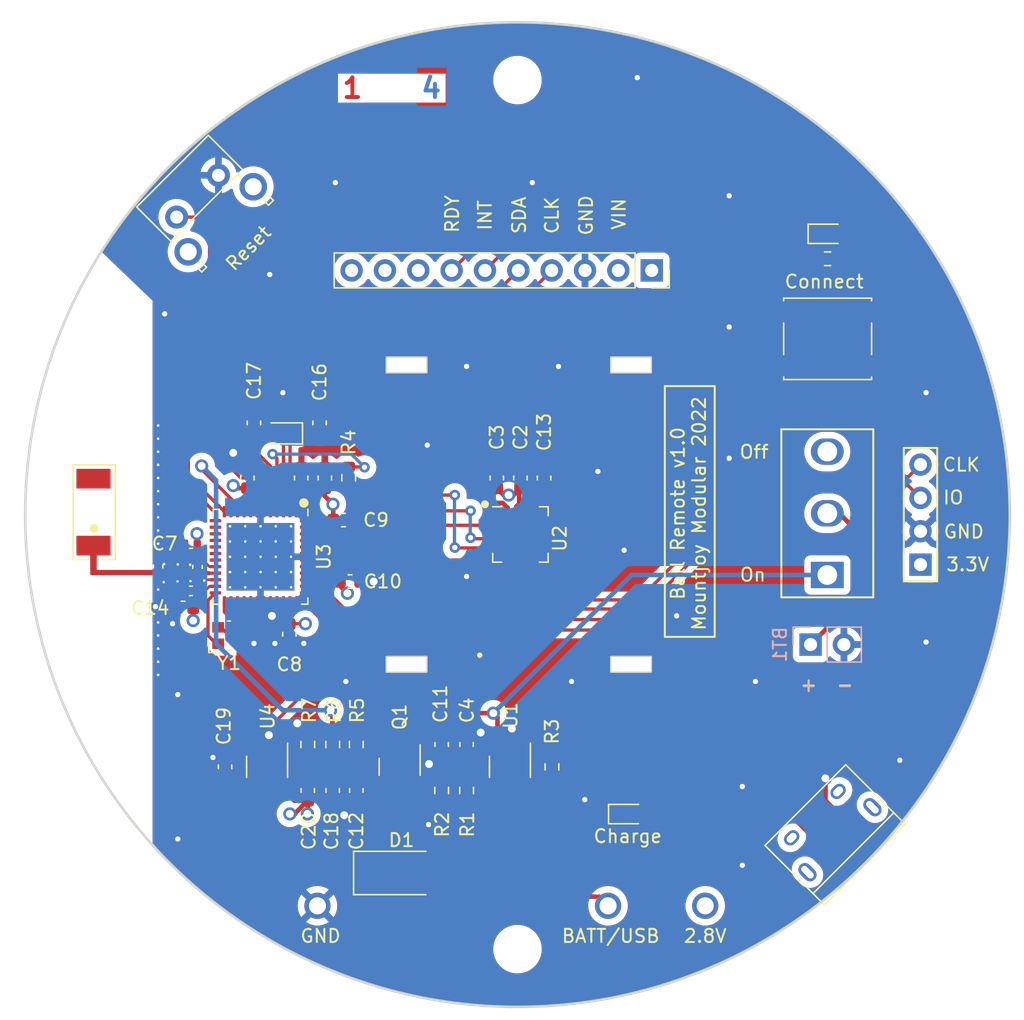
<source format=kicad_pcb>
(kicad_pcb (version 20221018) (generator pcbnew)
  (layers (0 "F.Cu" signal) (1 "In1.Cu" signal) (2 "In2.Cu" signal) (31 "B.Cu" signal) (34 "B.Paste" user) (35 "F.Paste" user) (36 "B.SilkS" user "B.Silkscreen") (37 "F.SilkS" user "F.Silkscreen") (38 "B.Mask" user) (39 "F.Mask" user) (44 "Edge.Cuts" user))
  (net 0 "")
  (net 1 "GND")
  (net 2 "+2V8")
  (net 3 "Net-(AE1-A)")
  (net 4 "/USB_VIN")
  (net 6 "Net-(U2-RES(CAP))")
  (net 7 "Net-(U3-PC14_OSC32_IN)")
  (net 8 "Net-(U3-PC15_OSC32_OUT)")
  (net 9 "Net-(U4-BYP)")
  (net 10 "Net-(D2-A)")
  (net 11 "/Battery_Level")
  (net 12 "/LDO_Inhibit")
  (net 13 "/I2C_CLK")
  (net 14 "/12C_SDA")
  (net 15 "/SWCLK")
  (net 16 "/SWIO")
  (net 17 "/SPI_CS")
  (net 18 "/SPI_CLK")
  (net 19 "/USB_DP")
  (net 20 "/USB_DM")
  (net 21 "/SPI_MISO")
  (net 22 "/SPI_MOSI")
  (net 23 "/G_RDY")
  (net 24 "/G_INT")
  (net 25 "Net-(D3-K)")
  (net 26 "/Led_Connect")
  (net 27 "/BOOT0")
  (net 29 "/RESET")
  (net 32 "/CHG_STAT")
  (net 36 "Net-(U1-PROG)")
  (net 38 "/RF_Output")
  (net 47 "Net-(U3-OSC_OUT)")
  (net 48 "VCC")
  (net 49 "Net-(U3-OSC_IN)")
  (net 51 "/CONNECT")
  (net 52 "/BATT_ON_OFF")
  (net 54 "/BATT+")
  (footprint "Resistor_SMD:R_0603_1608Metric" (layer "F.Cu") (at 131.8 122.8 -90)
    (fp_text reference "R6")
    (fp_text value "13k")
  )
  (footprint "Capacitor_SMD:C_0603_1608Metric" (layer "F.Cu") (at 120.4 112.4 180)
    (fp_text reference "C14")
    (fp_text value "100nF")
  )
  (footprint "LED_SMD:LED_0603_1608Metric" (layer "F.Cu") (at 169.5 83.9)
    (fp_text reference "D3" hide)
    (fp_text value "LED_CONNECT")
  )
  (footprint "Crystal:Crystal_SMD_Abracon_ABM10-4Pin_2.5x2.0mm" (layer "F.Cu") (at 123.9 114.5 90)
    (fp_text reference "Y1")
    (fp_text value "32MHz")
  )
  (footprint "Capacitor_SMD:C_0603_1608Metric" (layer "F.Cu") (at 129.4 102.5 90)
    (fp_text reference "C6" hide)
    (fp_text value "100nF")
  )
  (footprint "Capacitor_SMD:C_0603_1608Metric" (layer "F.Cu") (at 125.3 102.5 -90)
    (fp_text reference "C1" hide)
    (fp_text value "100nF")
  )
  (footprint "Capacitor_SMD:C_0603_1608Metric" (layer "F.Cu") (at 128.5 114.4 -90)
    (fp_text reference "C8")
    (fp_text value "100nF")
  )
  (footprint "Custom_Footprints:4_Layer_Markers" (layer "F.Cu") (at 136.3 72.8)
    (fp_text reference "FID1" hide)
    (fp_text value "4 Layer Marker")
  )
  (footprint "Resistor_SMD:R_0603_1608Metric" (layer "F.Cu") (at 140.1 126.3 90)
    (fp_text reference "R2")
    (fp_text value "100k")
  )
  (footprint "Package_TO_SOT_SMD:SOT-23-5" (layer "F.Cu") (at 145.3 124.5 -90)
    (fp_text reference "U1")
    (fp_text value "MCP73831-2-OT")
  )
  (footprint "MountingHole:MountingHole_3.2mm_M3" (layer "F.Cu") (at 145.875 72.1875)
    (fp_text reference "H1" hide)
    (fp_text value "MountingHole")
  )
  (footprint "Custom_Footprints:1.3mm_Test_Point" (layer "F.Cu") (at 160.175 135.0875)
    (fp_text reference "TP2" hide)
    (fp_text value "TestPoint")
  )
  (footprint "Custom_Footprints:SWD_header" (layer "F.Cu") (at 176.575 109.0975 90)
    (fp_text reference "J3" hide)
    (fp_text value "SWD_Header")
  )
  (footprint "Resistor_SMD:R_0603_1608Metric" (layer "F.Cu") (at 142 126.3 90)
    (fp_text reference "R1")
    (fp_text value "1k")
  )
  (footprint "Custom_Footprints:SPDT_Slide_Switch" (layer "F.Cu") (at 169.475 109.8875 90)
    (fp_text reference "SW1" hide)
    (fp_text value "SW_SPDT")
  )
  (footprint "Custom_Footprints:USB_Micro-B_Amphenol" (layer "F.Cu") (at 169.484566 129.097066 45)
    (fp_text reference "J2" hide)
    (fp_text value "USB_B_Micro")
  )
  (footprint "LED_SMD:LED_0603_1608Metric" (layer "F.Cu") (at 154.3 128.1)
    (fp_text reference "D2" hide)
    (fp_text value "LED_CHG")
  )
  (footprint "Capacitor_SMD:C_0603_1608Metric" (layer "F.Cu") (at 133.11875 110.38125)
    (fp_text reference "C10")
    (fp_text value "100nF")
  )
  (footprint "Capacitor_SMD:C_0603_1608Metric" (layer "F.Cu") (at 131.2 102.5 90)
    (fp_text reference "C5" hide)
    (fp_text value "4.7uF")
  )
  (footprint "Capacitor_SMD:C_0402_1005Metric" (layer "F.Cu") (at 121.5 109.27 90)
    (fp_text reference "C21" hide)
    (fp_text value "0.8pF")
  )
  (footprint "Custom_Footprints:1.3mm_Test_Point" (layer "F.Cu") (at 130.6375 135.0875)
    (fp_text reference "TP1" hide)
    (fp_text value "TestPoint")
  )
  (footprint "Capacitor_SMD:C_0603_1608Metric" (layer "F.Cu") (at 142 122.8 90)
    (fp_text reference "C4")
    (fp_text value "4.7uF")
  )
  (footprint "Resistor_SMD:R_0603_1608Metric" (layer "F.Cu") (at 133.6 122.8 90)
    (fp_text reference "R5")
    (fp_text value "27k")
  )
  (footprint "Capacitor_SMD:C_0603_1608Metric" (layer "F.Cu") (at 125.8 98.3 -90)
    (fp_text reference "C17")
    (fp_text value "20pF")
  )
  (footprint "Capacitor_SMD:C_0603_1608Metric" (layer "F.Cu") (at 132.61875 105.7)
    (fp_text reference "C9")
    (fp_text value "100nF")
  )
  (footprint "Resistor_SMD:R_0603_1608Metric" (layer "F.Cu") (at 148.5 124.5 -90)
    (fp_text reference "R3")
    (fp_text value "10k")
  )
  (footprint "Resistor_SMD:R_0603_1608Metric" (layer "F.Cu") (at 169.5 85.8 180)
    (fp_text reference "R8" hide)
    (fp_text value "1k")
  )
  (footprint "Capacitor_SMD:C_0603_1608Metric" (layer "F.Cu") (at 130.8 98.3 -90)
    (fp_text reference "C16")
    (fp_text value "20pF")
  )
  (footprint "Capacitor_SMD:C_0603_1608Metric" (layer "F.Cu") (at 146.1 102.5 90)
    (fp_text reference "C2")
    (fp_text value "100nF")
  )
  (footprint "Connector_PinSocket_2.54mm:PinSocket_1x10_P2.54mm_Vertical" (layer "F.Cu") (at 156.1 86.6875 -90)
    (fp_text reference "J1" hide)
    (fp_text value "I2C_Gyro_Module")
  )
  (footprint "Package_DFN_QFN:QFN-48-1EP_7x7mm_P0.5mm_EP5.15x5.15mm_ThermalVias" (layer "F.Cu") (at 126.3 108.5 -90)
    (fp_text reference "U3")
    (fp_text value "STM32WB35")
  )
  (footprint "Button_Switch_SMD:SW_SPST_EVQQ2" (layer "F.Cu") (at 169.5 91.9)
    (fp_text reference "CONNECT1" hide)
    (fp_text value "SW_Push")
  )
  (footprint "Capacitor_SMD:C_0603_1608Metric" (layer "F.Cu") (at 133.6 126.3 -90)
    (fp_text reference "C12")
    (fp_text value "1uF")
  )
  (footprint "Capacitor_SMD:C_0603_1608Metric" (layer "F.Cu") (at 131.8 126.3 -90)
    (fp_text reference "C18")
    (fp_text value "1uF")
  )
  (footprint "Diode_SMD:D_SMA" (layer "F.Cu") (at 136.9 132.5875)
    (fp_text reference "D1")
    (fp_text value "PMEG3010ER")
  )
  (footprint "MountingHole:MountingHole_3.2mm_M3" (layer "F.Cu") (at 145.875 138.3875)
    (fp_text reference "H2" hide)
    (fp_text value "MountingHole")
  )
  (footprint "Resistor_SMD:R_0603_1608Metric" (layer "F.Cu") (at 129.9 122.8 90)
    (fp_text reference "R7")
    (fp_text value "24k")
  )
  (footprint "Resistor_SMD:R_0603_1608Metric" (layer "F.Cu") (at 133.01875 102.48125 90)
    (fp_text reference "R4")
    (fp_text value "100k")
  )
  (footprint "Capacitor_SMD:C_0603_1608Metric" (layer "F.Cu") (at 129.9 126.3 90)
    (fp_text reference "C20")
    (fp_text value "1uF")
  )
  (footprint "Package_TO_SOT_SMD:SOT-23-5" (layer "F.Cu") (at 126.8 124.5 -90)
    (fp_text reference "U4")
    (fp_text value "LD3985M28R_SOT23")
  )
  (footprint "Package_TO_SOT_SMD:SOT-23" (layer "F.Cu") (at 136.9 124.5 -90)
    (fp_text reference "Q1")
    (fp_text value "SI2333DS")
  )
  (footprint "Capacitor_SMD:C_0603_1608Metric" (layer "F.Cu") (at 140.1 122.8 -90)
    (fp_text reference "C11")
    (fp_text value "4.7uF")
  )
  (footprint "Inductor_SMD:L_0402_1005Metric" (layer "F.Cu") (at 120 109.75 180)
    (fp_text reference "L1" hide)
    (fp_text value "2.7nH")
  )
  (footprint "Capacitor_SMD:C_0402_1005Metric" (layer "F.Cu") (at 121 111.1 180)
    (fp_text reference "C15" hide)
    (fp_text value "100pF")
  )
  (footprint "Capacitor_SMD:C_0603_1608Metric" (layer "F.Cu") (at 144.3 102.5 90)
    (fp_text reference "C3")
    (fp_text value "10uF")
  )
  (footprint "Button_Switch_THT:SW_Tactile_SPST_Angled_PTS645Vx58-2LFS" (layer "F.Cu") (at 119.913147 82.625305 45)
    (fp_text reference "RESET1" hide)
    (fp_text value "SW_Push")
  )
  (footprint "Capacitor_SMD:C_0603_1608Metric" (layer "F.Cu") (at 123.6 124.5 90)
    (fp_text reference "C19")
    (fp_text value "10nF")
  )
  (footprint "Package_LGA:LGA-16_4x4mm_P0.65mm_LayoutBorder4x4y" (layer "F.Cu") (at 146.1 106.8)
    (fp_text reference "U2")
    (fp_text value "L3GD20")
  )
  (footprint "Capacitor_SMD:C_0402_1005Metric" (layer "F.Cu") (at 121 107.5 180)
    (fp_text reference "C7")
    (fp_text value "100nF")
  )
  (footprint "Capacitor_SMD:C_0402_1005Metric" (layer "F.Cu") (at 118.5 109.24 90)
    (fp_text reference "C22" hide)
    (fp_text value "0.3pF")
  )
  (footprint "Custom_Footprints:1.3mm_Test_Point" (layer "F.Cu") (at 152.775 135.0875 -90)
    (fp_text reference "TP3" hide)
    (fp_text value "TestPoint")
  )
  (footprint "Capacitor_SMD:C_0603_1608Metric" (layer "F.Cu") (at 147.9 102.5 90)
    (fp_text reference "C13")
    (fp_text value "10nF")
  )
  (footprint "Custom_Footprints:NN01_102" (layer "F.Cu") (at 118.125 109.7 90)
    (fp_text reference "AE1" hide)
    (fp_text value "Antenna_Shield")
  )
  (footprint "Crystal:Crystal_SMD_2012-2Pin_2.0x1.2mm" (layer "F.Cu") (at 128.3 99.1 180)
    (fp_text reference "Y2" hide)
    (fp_text value "32.768MHz")
  )
  (footprint "Connector_PinHeader_2.54mm:PinHeader_1x02_P2.54mm_Vertical" (layer "B.Cu") (at 168.2 115.1875 -90)
    (fp_text reference "BT1")
    (fp_text value "LIPO_Battery")
  )
  (gr_circle (center 143.4 104.5) (end 143.623607 104.5) (stroke (width 0.15)) (fill solid) (layer "F.SilkS"))
  (gr_circle (center 129.6 104.4) (end 129.882843 104.4) (stroke (width 0.15)) (fill solid) (layer "F.SilkS"))
  (gr_rect (start 157.1 95.5) (end 160.9 114.6) (stroke (width 0.15)) (fill none) (layer "F.SilkS"))
  (gr_rect (start 152.975 116.0875) (end 156.075 117.2875) (stroke (width 0.1)) (fill none) (layer "Edge.Cuts"))
  (gr_rect (start 152.975 93.2875) (end 156.075 94.4875) (stroke (width 0.1)) (fill none) (layer "Edge.Cuts"))
  (gr_rect (start 135.875 116.0875) (end 138.975 117.2875) (stroke (width 0.1)) (fill none) (layer "Edge.Cuts"))
  (gr_circle (center 145.875 105.2875) (end 183.375 105.2875) (stroke (width 0.2)) (fill none) (layer "Edge.Cuts"))
  (gr_rect (start 135.875 93.2875) (end 138.975 94.4875) (stroke (width 0.1)) (fill none) (layer "Edge.Cuts"))
  (gr_text "+  -" (at 169.4375 118.4375 180) (layer "B.SilkS") (effects (font (size 1 1)) (justify mirror)))
  (gr_text "Ball Remote v1.0\nMountjoy Modular 2022" (at 158.9 105.2 90) (layer "F.SilkS") (effects (font (size 1 1))))
  (gr_text "Off" (at 163.9 100.51) (layer "F.SilkS") (effects (font (size 1 1))))
  (gr_text "2.8V" (at 160.175 137.3875) (layer "F.SilkS") (effects (font (size 1 1))))
  (gr_text "VIN" (at 153.6 82.3875 90) (layer "F.SilkS") (effects (font (size 1 1))))
  (gr_text "GND" (at 130.875 137.3875) (layer "F.SilkS") (effects (font (size 1 1))))
  (gr_text "Reset" (at 125.375 84.9875 45) (layer "F.SilkS") (effects (font (size 1 1))))
  (gr_text "+  -" (at 169.4375 118.2375) (layer "F.SilkS") (effects (font (size 1 1))))
  (gr_text "Charge" (at 154.275 129.7875) (layer "F.SilkS") (effects (font (size 1 1))))
  (gr_text "BATT/USB" (at 152.975 137.3875) (layer "F.SilkS") (effects (font (size 1 1))))
  (gr_text "CLK" (at 148.5 82.4875 90) (layer "F.SilkS") (effects (font (size 1 1))))
  (gr_text "RDY" (at 140.9 82.3875 90) (layer "F.SilkS") (effects (font (size 1 1))))
  (gr_text "GND" (at 151.1 82.4875 90) (layer "F.SilkS") (effects (font (size 1 1))))
  (gr_text "INT" (at 143.4 82.4875 90) (layer "F.SilkS") (effects (font (size 1 1))))
  (gr_text "Connect" (at 169.2375 87.5375) (layer "F.SilkS") (effects (font (size 1 1))))
  (gr_text "On" (at 163.8 109.87) (layer "F.SilkS") (effects (font (size 1 1))))
  (gr_text "SDA" (at 146 82.4875 90) (layer "F.SilkS") (effects (font (size 1 1))))
  (segment (start 129.9 125.525) (end 130.25 125.525) (width 0.35) (layer "F.Cu") (net 1))
  (segment (start 123.29375 113.875) (end 124.54375 115.125) (width 0.25) (layer "F.Cu") (net 1))
  (segment (start 131.8 127.075) (end 132.675 127.95) (width 0.35) (layer "F.Cu") (net 1))
  (segment (start 169.342154 127.116176) (end 169.342154 125.388634) (width 0.35) (layer "F.Cu") (net 1))
  (segment (start 142.9375 122.025) (end 143.075 121.8875) (width 0.35) (layer "F.Cu") (net 1))
  (segment (start 125.3 101.725) (end 125.3 101.6625) (width 0.35) (layer "F.Cu") (net 1))
  (segment (start 122.079674 110.25) (end 122.019174 110.3105) (width 0.2) (layer "F.Cu") (net 1))
  (segment (start 124.54375 115.125) (end 124.725 115.125) (width 0.35) (layer "F.Cu") (net 1))
  (segment (start 127.05 112.884924) (end 127.170517 113.005441) (width 0.35) (layer "F.Cu") (net 1))
  (segment (start 169.429483 127.203505) (end 169.342154 127.116176) (width 0.35) (layer "F.Cu") (net 1))
  (segment (start 133.89375 110.38125) (end 134.91875 110.38125) (width 0.35) (layer "F.Cu") (net 1))
  (segment (start 130.25 125.525) (end 131.8 127.075) (width 0.35) (layer "F.Cu") (net 1))
  (segment (start 145.275 123.1) (end 145.275 121.7625) (width 0.35) (layer "F.Cu") (net 1))
  (segment (start 145.275 121.7625) (end 145.45 121.5875) (width 0.35) (layer "F.Cu") (net 1))
  (segment (start 125.3 101.6625) (end 124.21875 100.58125) (width 0.35) (layer "F.Cu") (net 1))
  (segment (start 129.9 121.975) (end 129.8625 121.975) (width 0.35) (layer "F.Cu") (net 1))
  (segment (start 123.075 113.875) (end 123.29375 113.875) (width 0.35) (layer "F.Cu") (net 1))
  (segment (start 166.0375 93.8375) (end 172.8375 93.8375) (width 0.25) (layer "F.Cu") (net 1))
  (segment (start 142.025 122.025) (end 142.9375 122.025) (width 0.35) (layer "F.Cu") (net 1))
  (segment (start 132.675 128) (end 133.6 127.075) (width 0.35) (layer "F.Cu") (net 1))
  (segment (start 129.8625 121.975) (end 129.075 121.1875) (width 0.35) (layer "F.Cu") (net 1))
  (segment (start 127.05 111.9375) (end 127.05 112.884924) (width 0.25) (layer "F.Cu") (net 1))
  (segment (start 126.8125 123.35) (end 126.8125 122.2125) (width 0.35) (layer "F.Cu") (net 1))
  (segment (start 169.342154 125.388634) (end 169.328544 125.375024) (width 0.35) (layer "F.Cu") (net 1))
  (segment (start 126.8125 122.2125) (end 126.9375 122.0875) (width 0.35) (layer "F.Cu") (net 1))
  (segment (start 132.675 127.95) (end 132.675 128.1875) (width 0.35) (layer "F.Cu") (net 1))
  (segment (start 122.8625 110.25) (end 122.079674 110.25) (width 0.2) (layer "F.Cu") (net 1))
  (segment (start 140.0875 123.575) (end 139.375 124.2875) (width 0.35) (layer "F.Cu") (net 1))
  (via (at 134.91875 110.38125) (size 1) (drill 0.6) (layers "F.Cu" "B.Cu") (net 1))
  (via (at 118.5 98.5) (size 0.4) (drill 0.2) (layers "F.Cu" "B.Cu") (net 1))
  (via (at 158 113) (size 0.8) (drill 0.4) (layers "F.Cu" "B.Cu") (net 1))
  (via (at 147 80) (size 0.8) (drill 0.4) (layers "F.Cu" "B.Cu") (net 1))
  (via (at 150 118) (size 0.8) (drill 0.4) (layers "F.Cu" "B.Cu") (net 1))
  (via (at 122.019174 110.3105) (size 0.4) (drill 0.2) (layers "F.Cu" "B.Cu") (net 1))
  (via (at 120 119) (size 0.8) (drill 0.4) (layers "F.Cu" "B.Cu") (net 1))
  (via (at 129.6 115.1) (size 0.8) (drill 0.4) (layers "F.Cu" "B.Cu") (net 1))
  (via (at 162 101) (size 0.8) (drill 0.4) (layers "F.Cu" "B.Cu") (net 1))
  (via (at 162 91) (size 0.8) (drill 0.4) (layers "F.Cu" "B.Cu") (net 1))
  (via (at 118.5 107.5) (size 0.4) (drill 0.2) (layers "F.Cu" "B.Cu") (net 1))
  (via (at 142 110) (size 0.8) (drill 0.4) (layers "F.Cu" "B.Cu") (net 1))
  (via (at 139 100) (size 0.8) (drill 0.4) (layers "F.Cu" "B.Cu") (net 1))
  (via (at 152 102) (size 0.8) (drill 0.4) (layers "F.Cu" "B.Cu") (net 1))
  (via (at 177 115) (size 0.8) (drill 0.4) (layers "F.Cu" "B.Cu") (net 1))
  (via (at 118.5 103.5) (size 0.4) (drill 0.2) (layers "F.Cu" "B.Cu") (net 1))
  (via (at 118.5 101.5) (size 0.4) (drill 0.2) (layers "F.Cu" "B.Cu") (net 1))
  (via (at 143.075 121.8875) (size 1) (drill 0.6) (layers "F.Cu" "B.Cu") (net 1))
  (via (at 132.675 128.1875) (size 1) (drill 0.6) (layers "F.Cu" "B.Cu") (net 1))
  (via (at 125.8 115.1) (size 0.8) (drill 0.4) (layers "F.Cu" "B.Cu") (net 1))
  (via (at 120 109.08) (size 0.4) (drill 0.2) (layers "F.Cu" "B.Cu") (net 1))
  (via (at 162 81) (size 0.8) (drill 0.4) (layers "F.Cu" "B.Cu") (net 1))
  (via (at 118.5 105.5) (size 0.4) (drill 0.2) (layers "F.Cu" "B.Cu") (net 1))
  (via (at 132 80) (size 0.8) (drill 0.4) (layers "F.Cu" "B.Cu") (net 1))
  (via (at 142 94) (size 0.8) (drill 0.4) (layers "F.Cu" "B.Cu") (net 1))
  (via (at 119.98 110.38) (size 0.4) (drill 0.2) (layers "F.Cu" "B.Cu") (net 1))
  (via (at 129.1 121.1875) (size 1) (drill 0.6) (layers "F.Cu" "B.Cu") (net 1))
  (via (at 118.5 117.5) (size 0.4) (drill 0.2) (layers "F.Cu" "B.Cu") (net 1))
  (via (at 139.1375 124.2875) (size 1) (drill 0.6) (layers "F.Cu" "B.Cu") (net 1))
  (via (at 127 87) (size 0.8) (drill 0.4) (layers "F.Cu" "B.Cu") (net 1))
  (via (at 163 132) (size 0.8) (drill 0.4) (layers "F.Cu" "B.Cu") (net 1))
  (via (at 118.5 99.5) (size 0.4) (drill 0.2) (layers "F.Cu" "B.Cu") (net 1))
  (via (at 119 90) (size 0.8) (drill 0.4) (layers "F.Cu" "B.Cu") (net 1))
  (via (at 120.94 109.1) (size 0.4) (drill 0.2) (layers "F.Cu" "B.Cu") (net 1))
  (via (at 127.4 115.1) (size 0.8) (drill 0.4) (layers "F.Cu" "B.Cu") (net 1))
  (via (at 143 116) (size 0.8) (drill 0.4) (layers "F.Cu" "B.Cu") (net 1))
  (via (at 118.5 100.5) (size 0.4) (drill 0.2) (layers "F.Cu" "B.Cu") (net 1))
  (via (at 118.5 116.5) (size 0.4) (drill 0.2) (layers "F.Cu" "B.Cu") (net 1))
  (via (at 132.8 118) (size 0.8) (drill 0.4) (layers "F.Cu" "B.Cu") (net 1))
  (via (at 126.9375 122.0875) (size 1) (drill 0.6) (layers "F.Cu" "B.Cu") (net 1))
  (via (at 128 96) (size 0.8) (drill 0.4) (layers "F.Cu" "B.Cu") (net 1))
  (via (at 149 94) (size 0.8) (drill 0.4) (layers "F.Cu" "B.Cu") (net 1))
  (via (at 175 124) (size 0.8) (drill 0.4) (layers "F.Cu" "B.Cu") (net 1))
  (via (at 120.97 110.36) (size 0.4) (drill 0.2) (layers "F.Cu" "B.Cu") (net 1))
  (via (at 169.328544 125.375024) (size 1) (drill 0.6) (layers "F.Cu" "B.Cu") (net 1))
  (via (at 118.5 102.5) (size 0.4) (drill 0.2) (layers "F.Cu" "B.Cu") (net 1))
  (via (at 118.5 111) (size 0.4) (drill 0.2) (layers "F.Cu" "B.Cu") (net 1))
  (via (at 127.170517 113.005441) (size 1) (drill 0.6) (layers "F.Cu" "B.Cu") (net 1))
  (via (at 118.5 113.5) (size 0.4) (drill 0.2) (layers "F.Cu" "B.Cu") (net 1))
  (via (at 118.93 110.43) (size 0.4) (drill 0.2) (layers "F.Cu" "B.Cu") (net 1))
  (via (at 154 108) (size 0.8) (drill 0.4) (layers "F.Cu" "B.Cu") (net 1))
  (via (at 122.675 123.7875) (size 0.8) (drill 0.4) (layers "F.Cu" "B.Cu") (net 1))
  (via (at 118.5 114.5) (size 0.4) (drill 0.2) (layers "F.Cu" "B.Cu") (net 1))
  (via (at 177 96) (size 0.8) (drill 0.4) (layers "F.Cu" "B.Cu") (net 1))
  (via (at 124.21875 100.58125) (size 1) (drill 0.6) (layers "F.Cu" "B.Cu") (net 1))
  (via (at 151 127) (size 0.8) (drill 0.4) (layers "F.Cu" "B.Cu") (net 1))
  (via (at 163 126) (size 0.8) (drill 0.4) (layers "F.Cu" "B.Cu") (net 1))
  (via (at 119.6 113.6) (size 0.8) (drill 0.4) (layers "F.Cu" "B.Cu") (net 1))
  (via (at 120 130) (size 0.8) (drill 0.4) (layers "F.Cu" "B.Cu") (net 1))
  (via (at 145.45 121.5875) (size 1) (drill 0.6) (layers "F.Cu" "B.Cu") (net 1))
  (via (at 164 118) (size 0.8) (drill 0.4) (layers "F.Cu" "B.Cu") (net 1))
  (via (at 118.95 109.06) (size 0.4) (drill 0.2) (layers "F.Cu" "B.Cu") (net 1))
  (via (at 155 72) (size 0.8) (drill 0.4) (layers "F.Cu" "B.Cu") (net 1))
  (via (at 118.5 115.5) (size 0.4) (drill 0.2) (layers "F.Cu" "B.Cu") (net 1))
  (via (at 139.1 128.9) (size 0.8) (drill 0.4) (layers "F.Cu" "B.Cu") (net 1))
  (via (at 118.5 104.5) (size 0.4) (drill 0.2) (layers "F.Cu" "B.Cu") (net 1))
  (via (at 118.3 112.3) (size 0.8) (drill 0.4) (layers "F.Cu" "B.Cu") (net 1))
  (via (at 118.5 106.5) (size 0.4) (drill 0.2) (layers "F.Cu" "B.Cu") (net 1))
  (segment (start 129.71875 113.6) (end 128.525 113.6) (width 0.25) (layer "F.Cu") (net 2))
  (segment (start 122.8625 110.75) (end 122.413027 110.75) (width 0.2) (layer "F.Cu") (net 2))
  (segment (start 122.413027 110.75) (end 122.063027 111.1) (width 0.2) (layer "F.Cu") (net 2))
  (segment (start 127.75 125.95) (end 127.75 125.6375) (width 0.35) (layer "F.Cu") (net 2))
  (segment (start 126.346016 113.346962) (end 126.891428 113.892374) (width 0.25) (layer "F.Cu") (net 2))
  (segment (start 128.55 111.9375) (end 128.55 113.575) (width 0.25) (layer "F.Cu") (net 2))
  (segment (start 145.775 104.693573) (end 146 104.468573) (width 0.35) (layer "F.Cu") (net 2))
  (segment (start 121.175 111.405) (end 121.48 111.1) (width 0.35) (layer "F.Cu") (net 2))
  (segment (start 122.12548 108.962453) (end 122.12548 108.24548) (width 0.2) (layer "F.Cu") (net 2))
  (segment (start 126.891428 113.892374) (end 128.232626 113.892374) (width 0.25) (layer "F.Cu") (net 2))
  (segment (start 144.4 105.825) (end 144.05 105.475) (width 0.35) (layer "F.Cu") (net 2))
  (segment (start 122.12548 108.24548) (end 121.58 107.7) (width 0.2) (layer "F.Cu") (net 2))
  (segment (start 144.05 105.475) (end 144.05 103.725) (width 0.35) (layer "F.Cu") (net 2))
  (segment (start 128.5375 128.0875) (end 128.95 128.0875) (width 0.35) (layer "F.Cu") (net 2))
  (segment (start 129.7375 105.75) (end 131.79375 105.75) (width 0.25) (layer "F.Cu") (net 2))
  (segment (start 125.55 105.0625) (end 125.55 104.577672) (width 0.25) (layer "F.Cu") (net 2))
  (segment (start 126.55 111.9375) (end 126.55 112.459936) (width 0.25) (layer "F.Cu") (net 2))
  (segment (start 129.05 103.625) (end 129.4 103.275) (width 0.25) (layer "F.Cu") (net 2))
  (segment (start 129.05 105.0625) (end 129.05 103.625) (width 0.25) (layer "F.Cu") (net 2))
  (segment (start 128.232626 113.892374) (end 128.5 113.625) (width 0.25) (layer "F.Cu") (net 2))
  (segment (start 127.55 111.9375) (end 128.55 111.9375) (width 0.25) (layer "F.Cu") (net 2))
  (segment (start 121.48 106.76) (end 121.46 106.74) (width 0.35) (layer "F.Cu") (net 2))
  (segment (start 132.34375 110.70625) (end 132.91875 111.28125) (width 0.35) (layer "F.Cu") (net 2))
  (segment (start 126.55 112.459936) (end 126.346016 112.66392) (width 0.25) (layer "F.Cu") (net 2))
  (segment (start 131.31875 110.38125) (end 132.34375 110.38125) (width 0.25) (layer "F.Cu") (net 2))
  (segment (start 121.175 112.4) (end 121.175 113.355) (width 0.35) (layer "F.Cu") (net 2))
  (segment (start 129.4 103.275) (end 131.2 103.275) (width 0.25) (layer "F.Cu") (net 2))
  (segment (start 144.825 103.8) (end 145.2 103.8) (width 0.35) (layer "F.Cu") (net 2))
  (segment (start 144.75 104.4) (end 144.05 104.4) (width 0.35) (layer "F.Cu") (net 2))
  (segment (start 129.7375 109.75) (end 130.6875 109.75) (width 0.25) (layer "F.Cu") (net 2))
  (segment (start 125.3 103.275) (end 124.413348 103.275) (width 0.35) (layer "F.Cu") (net 2))
  (segment (start 129.9 127.075) (end 129.9 128.0625) (width 0.35) (layer "F.Cu") (net 2))
  (segment (start 146 104.468573) (end 146 103.375) (width 0.35) (layer "F.Cu") (net 2))
  (segment (start 145.125 104.775) (end 144.75 104.4) (width 0.35) (layer "F.Cu") (net 2))
  (segment (start 144.3 103.275) (end 144.825 103.8) (width 0.35) (layer "F.Cu") (net 2))
  (segment (start 129.9 127.075) (end 128.875 127.075) (width 0.35) (layer "F.Cu") (net 2))
  (segment (start 122.8625 109.25) (end 122.413027 109.25) (width 0.2) (layer "F.Cu") (net 2))
  (segment (start 129.9 128.0625) (end 129.875 128.0875) (width 0.35) (layer "F.Cu") (net 2))
  (segment (start 131.79375 105.75) (end 131.84375 105.7) (width 0.25) (layer "F.Cu") (net 2))
  (segment (start 131.84375 104.525) (end 131.81875 104.5) (width 0.35) (layer "F.Cu") (net 2))
  (segment (start 145.125 105.1) (end 145.125 104.775) (width 0.35) (layer "F.Cu") (net 2))
  (segment (start 145.775 105.1) (end 145.775 104.693573) (width 0.35) (layer "F.Cu") (net 2))
  (segment (start 145.575 103.8) (end 145.2 103.8) (width 0.35) (layer "F.Cu") (net 2))
  (segment (start 128.5 113.625) (end 128.55 113.575) (width 0.25) (layer "F.Cu") (net 2))
  (segment (start 124.413348 103.275) (end 124.219174 103.080826) (width 0.35) (layer "F.Cu") (net 2))
  (segment (start 144.05 103.725) (end 144.4 103.375) (width 0.35) (layer "F.Cu") (net 2))
  (segment (start 121.175 112.4) (end 121.175 111.405) (width 0.35) (layer "F.Cu") (net 2))
  (segment (start 128.875 127.075) (end 127.75 125.95) (width 0.35) (layer "F.Cu") (net 2))
  (segment (start 130.6875 109.75) (end 131.31875 110.38125) (width 0.25) (layer "F.Cu") (net 2))
  (segment (start 131.84375 105.7) (end 131.84375 104.525) (width 0.35) (layer "F.Cu") (net 2))
  (segment (start 145.575 103.8) (end 146.1 103.275) (width 0.35) (layer "F.Cu") (net 2))
  (segment (start 121.175 113.355) (end 121.17 113.36) (width 0.35) (layer "F.Cu") (net 2))
  (segment (start 131.2 103.275) (end 131.2 103.88125) (width 0.35) (layer "F.Cu") (net 2))
  (segment (start 122.413027 109.25) (end 122.12548 108.962453) (width 0.2) (layer "F.Cu") (net 2))
  (segment (start 131.2 103.88125) (end 131.81875 104.5) (width 0.35) (layer "F.Cu") (net 2))
  (segment (start 121.48 107.5) (end 121.48 106.76) (width 0.35) (layer "F.Cu") (net 2))
  (segment (start 132.34375 110.38125) (end 132.34375 110.70625) (width 0.35) (layer "F.Cu") (net 2))
  (segment (start 125.3 104.327672) (end 125.3 103.275) (width 0.25) (layer "F.Cu") (net 2))
  (segment (start 125.55 104.577672) (end 125.3 104.327672) (width 0.25) (layer "F.Cu") (net 2))
  (segment (start 122.063027 111.1) (end 121.48 111.1) (width 0.2) (layer "F.Cu") (net 2))
  (segment (start 126.346016 112.66392) (end 126.346016 113.346962) (width 0.25) (layer "F.Cu") (net 2))
  (segment (start 128.8875 128.0875) (end 129.9 127.075) (width 0.35) (layer "F.Cu") (net 2))
  (via (at 124.219174 103.080826) (size 1) (drill 0.6) (layers "F.Cu" "B.Cu") (net 2))
  (via (at 129.71875 113.6) (size 1) (drill 0.6) (layers "F.Cu" "B.Cu") (net 2))
  (via (at 131.81875 104.5) (size 1) (drill 0.6) (layers "F.Cu" "B.Cu") (net 2))
  (via (at 132.91875 111.28125) (size 1) (drill 0.6) (layers "F.Cu" "B.Cu") (net 2))
  (via (at 145.2 103.8) (size 1) (drill 0.6) (layers "F.Cu" "B.Cu") (net 2))
  (via (at 121.46 106.74) (size 1) (drill 0.6) (layers "F.Cu" "B.Cu") (net 2))
  (via (at 129.875 128.0875) (size 1) (drill 0.6) (layers "F.Cu" "B.Cu") (net 2))
  (via (at 121.17 113.36) (size 1) (drill 0.6) (layers "F.Cu" "B.Cu") (net 2))
  (via (at 128.5375 128.0875) (size 1) (drill 0.6) (layers "F.Cu" "B.Cu") (net 2))
  (segment (start 119.515 109.7) (end 118.53552 109.7) (width 0.322) (layer "F.Cu") (net 3))
  (segment (start 138.9 132.5875) (end 138.9 132) (width 0.35) (layer "F.Cu") (net 4))
  (segment (start 167.610733 129.061711) (end 167.036522 128.4875) (width 0.35) (layer "F.Cu") (net 4))
  (segment (start 142.075 123.575) (end 142 123.575) (width 0.35) (layer "F.Cu") (net 4))
  (segment (start 158.675 132.4875) (end 138.975 132.4875) (width 0.35) (layer "F.Cu") (net 4))
  (segment (start 137.85 130.95) (end 137.85 123.5625) (width 0.35) (layer "F.Cu") (net 4))
  (segment (start 144.35 125.6375) (end 144.1375 125.6375) (width 0.35) (layer "F.Cu") (net 4))
  (segment (start 139.95 125.375) (end 139.8375 125.4875) (width 0.35) (layer "F.Cu") (net 4))
  (segment (start 167.036522 128.4875) (end 162.675 128.4875) (width 0.35) (layer "F.Cu") (net 4))
  (segment (start 140.075 125.375) (end 139.95 125.375) (width 0.25) (layer "F.Cu") (net 4))
  (segment (start 144.1375 125.6375) (end 142.075 123.575) (width 0.35) (layer "F.Cu") (net 4))
  (segment (start 138.9 132) (end 137.85 130.95) (width 0.35) (layer "F.Cu") (net 4))
  (segment (start 162.675 128.4875) (end 158.675 132.4875) (width 0.35) (layer "F.Cu") (net 4))
  (segment (start 142 125.475) (end 142 123.575) (width 0.35) (layer "F.Cu") (net 4))
  (segment (start 139.6 125.4875) (end 137.9875 125.4875) (width 0.35) (layer "F.Cu") (net 4))
  (segment (start 140.1 125.475) (end 142 125.475) (width 0.35) (layer "F.Cu") (net 4))
  (segment (start 146.425 105.1) (end 146.425 104.75) (width 0.25) (layer "F.Cu") (net 6))
  (segment (start 146.425 104.75) (end 147.9 103.275) (width 0.25) (layer "F.Cu") (net 6))
  (segment (start 129 99.1) (end 130.725 99.1) (width 0.25) (layer "F.Cu") (net 7))
  (segment (start 128.55 105.0625) (end 128.55 99.85) (width 0.25) (layer "F.Cu") (net 7))
  (segment (start 129 99.1) (end 129 99.4) (width 0.25) (layer "F.Cu") (net 7))
  (segment (start 129 99.4) (end 128.55 99.85) (width 0.25) (layer "F.Cu") (net 7))
  (segment (start 127.6 99.1) (end 127.6 99.45) (width 0.25) (layer "F.Cu") (net 8))
  (segment (start 128.05 105.0625) (end 128.05 99.9) (width 0.25) (layer "F.Cu") (net 8))
  (segment (start 127.6 99.1) (end 125.825 99.1) (width 0.25) (layer "F.Cu") (net 8))
  (segment (start 125.825 99.1) (end 125.8 99.075) (width 0.25) (layer "F.Cu") (net 8))
  (segment (start 127.6 99.45) (end 128.05 99.9) (width 0.25) (layer "F.Cu") (net 8))
  (segment (start 123.725 125.4) (end 125.6375 125.4) (width 0.25) (layer "F.Cu") (net 9))
  (segment (start 125.6375 125.4) (end 125.8625 125.625) (width 0.25) (layer "F.Cu") (net 9))
  (segment (start 123.6 125.275) (end 123.725 125.4) (width 0.25) (layer "F.Cu") (net 9))
  (segment (start 143.875 129) (end 154.1875 129) (width 0.25) (layer "F.Cu") (net 10))
  (segment (start 154.1875 129) (end 155.0875 128.1) (width 0.25) (layer "F.Cu") (net 10))
  (segment (start 142 127.125) (end 143.875 129) (width 0.25) (layer "F.Cu") (net 10))
  (segment (start 121.81875 101.846422) (end 121.81875 101.58125) (width 0.25) (layer "F.Cu") (net 11))
  (segment (start 131.775 120.1875) (end 131.775 121.95) (width 0.35) (layer "F.Cu") (net 11))
  (segment (start 124.55 104.577672) (end 121.81875 101.846422) (width 0.25) (layer "F.Cu") (net 11))
  (segment (start 124.55 105.0625) (end 124.55 104.577672) (width 0.25) (layer "F.Cu") (net 11))
  (segment (start 133.75 121.9625) (end 132.05 121.9625) (width 0.25) (layer "F.Cu") (net 11))
  (segment (start 131.775 121.95) (end 131.8 121.975) (width 0.35) (layer "F.Cu") (net 11))
  (via (at 131.6375 120.1875) (size 1) (drill 0.6) (layers "F.Cu" "B.Cu") (net 11))
  (via (at 121.81875 101.58125) (size 1) (drill 0.6) (layers "F.Cu" "B.Cu") (net 11))
  (segment (start 121.81875 101.58125) (end 122.91875 102.68125) (width 0.35) (layer "B.Cu") (net 11))
  (segment (start 127.9875 120.1875) (end 131.6375 120.1875) (width 0.35) (layer "B.Cu") (net 11))
  (segment (start 122.91875 102.68125) (end 122.91875 115.11875) (width 0.35) (layer "B.Cu") (net 11))
  (segment (start 122.91875 115.11875) (end 127.9875 120.1875) (width 0.35) (layer "B.Cu") (net 11))
  (segment (start 131.71875 114.08125) (end 131.71875 116.78125) (width 0.25) (layer "F.Cu") (net 12))
  (segment (start 129.05 111.9375) (end 129.575 111.9375) (width 0.25) (layer "F.Cu") (net 12))
  (segment (start 131.71875 116.78125) (end 127.4 121.1) (width 0.25) (layer "F.Cu") (net 12))
  (segment (start 127.38125 121.134375) (end 127.38125 121.0875) (width 0.25) (layer "F.Cu") (net 12))
  (segment (start 127.44375 121.0875) (end 126.5375 121.0875) (width 0.25) (layer "F.Cu") (net 12))
  (segment (start 129.575 111.9375) (end 131.71875 114.08125) (width 0.25) (layer "F.Cu") (net 12))
  (segment (start 129.846875 123.6) (end 127.38125 121.134375) (width 0.25) (layer "F.Cu") (net 12))
  (segment (start 125.85 121.775) (end 125.85 123.3625) (width 0.25) (layer "F.Cu") (net 12))
  (segment (start 126.5375 121.0875) (end 125.85 121.775) (width 0.25) (layer "F.Cu") (net 12))
  (segment (start 132.0375 123.6) (end 129.846875 123.6) (width 0.25) (layer "F.Cu") (net 12))
  (segment (start 144.1675 91) (end 148.48 86.6875) (width 0.25) (layer "F.Cu") (net 13))
  (segment (start 124.71875 92.98125) (end 126.7 91) (width 0.25) (layer "F.Cu") (net 13))
  (segment (start 127.05 101.587158) (end 124.71875 99.255908) (width 0.25) (layer "F.Cu") (net 13))
  (segment (start 127.05 105.0625) (end 127.05 101.587158) (width 0.25) (layer "F.Cu") (net 13))
  (segment (start 124.71875 99.255908) (end 124.71875 92.98125) (width 0.25) (layer "F.Cu") (net 13))
  (segment (start 126.7125 91) (end 144.1675 91) (width 0.25) (layer "F.Cu") (net 13))
  (segment (start 124 92.5) (end 126.5125 89.9875) (width 0.25) (layer "F.Cu") (net 14))
  (segment (start 126.55 105.0625) (end 126.55 101.722862) (width 0.25) (layer "F.Cu") (net 14))
  (segment (start 142.64 89.9875) (end 145.94 86.6875) (width 0.25) (layer "F.Cu") (net 14))
  (segment (start 126.5125 89.9875) (end 142.64 89.9875) (width 0.25) (layer "F.Cu") (net 14))
  (segment (start 126.55 101.722862) (end 124 99.172862) (width 0.25) (layer "F.Cu") (net 14))
  (segment (start 124 99.172862) (end 124 92.5) (width 0.25) (layer "F.Cu") (net 14))
  (segment (start 175.665 102.3875) (end 176.575 101.4775) (width 0.25) (layer "F.Cu") (net 15))
  (segment (start 164.475 102.3875) (end 175.665 102.3875) (width 0.25) (layer "F.Cu") (net 15))
  (segment (start 155.075 111.7875) (end 164.475 102.3875) (width 0.25) (layer "F.Cu") (net 15))
  (segment (start 135.64375 109.25625) (end 138.175 111.7875) (width 0.25) (layer "F.Cu") (net 15))
  (segment (start 138.175 111.7875) (end 155.075 111.7875) (width 0.25) (layer "F.Cu") (net 15))
  (segment (start 129.7375 109.25) (end 135.5875 109.25) (width 0.25) (layer "F.Cu") (net 15))
  (segment (start 164.875 103.0875) (end 175.645 103.0875) (width 0.25) (layer "F.Cu") (net 16))
  (segment (start 175.645 103.0875) (end 176.575 104.0175) (width 0.25) (layer "F.Cu") (net 16))
  (segment (start 132.71875 112.48125) (end 155.41875 112.48125) (width 0.25) (layer "F.Cu") (net 16))
  (segment (start 155.475 112.4875) (end 164.875 103.0875) (width 0.25) (layer "F.Cu") (net 16))
  (segment (start 130.4875 110.25) (end 132.71875 112.48125) (width 0.25) (layer "F.Cu") (net 16))
  (segment (start 129.7375 110.25) (end 130.4875 110.25) (width 0.25) (layer "F.Cu") (net 16))
  (segment (start 129.7375 108.75) (end 144.875 108.75) (width 0.25) (layer "F.Cu") (net 17))
  (segment (start 144.875 108.75) (end 145.125 108.5) (width 0.25) (layer "F.Cu") (net 17))
  (segment (start 134.9 108.25) (end 137.05 106.1) (width 0.25) (layer "F.Cu") (net 18))
  (segment (start 143.45 106.1) (end 143.825 106.475) (width 0.25) (layer "F.Cu") (net 18))
  (segment (start 143.825 106.475) (end 144.4 106.475) (width 0.25) (layer "F.Cu") (net 18))
  (segment (start 129.7375 108.25) (end 134.9 108.25) (width 0.25) (layer "F.Cu") (net 18))
  (segment (start 137.05 106.1) (end 143.45 106.1) (width 0.25) (layer "F.Cu") (net 18))
  (segment (start 132.753578 113.28125) (end 130.222328 110.75) (width 0.25) (layer "F.Cu") (net 19))
  (segment (start 167.775 125.3875) (end 155.675 113.2875) (width 0.25) (layer "F.Cu") (net 19))
  (segment (start 155.61875 113.28125) (end 132.753578 113.28125) (width 0.25) (layer "F.Cu") (net 19))
  (segment (start 168.929972 128.542472) (end 167.775 127.3875) (width 0.25) (layer "F.Cu") (net 19))
  (segment (start 167.775 127.3875) (end 167.775 125.3875) (width 0.25) (layer "F.Cu") (net 19))
  (segment (start 130.222328 110.75) (end 129.7375 110.75) (width 0.25) (layer "F.Cu") (net 19))
  (segment (start 132.56875 114.08125) (end 129.7375 111.25) (width 0.25) (layer "F.Cu") (net 20))
  (segment (start 155.21875 114.08125) (end 132.56875 114.08125) (width 0.25) (layer "F.Cu") (net 20))
  (segment (start 168.470352 129.002091) (end 167.075 127.606739) (width 0.25) (layer "F.Cu") (net 20))
  (segment (start 167.075 125.8875) (end 155.275 114.0875) (width 0.25) (layer "F.Cu") (net 20))
  (segment (start 167.075 127.606739) (end 167.075 125.8875) (width 0.25) (layer "F.Cu") (net 20))
  (segment (start 136.5 105) (end 142.3 105) (width 0.25) (layer "F.Cu") (net 21))
  (segment (start 144.4 107.125) (end 142.425 107.125) (width 0.25) (layer "F.Cu") (net 21))
  (segment (start 129.7375 107.75) (end 133.75 107.75) (width 0.25) (layer "F.Cu") (net 21))
  (segment (start 133.75 107.75) (end 136.5 105) (width 0.25) (layer "F.Cu") (net 21))
  (segment (start 142.4 107.1125) (end 142.275 106.9875) (width 0.25) (layer "F.Cu") (net 21))
  (via (at 142.3 107.05) (size 0.8) (drill 0.4) (layers "F.Cu" "B.Cu") (net 21))
  (via (at 142.3 105) (size 0.8) (drill 0.4) (layers "F.Cu" "B.Cu") (net 21))
  (segment (start 142.275 106.9875) (end 142.275 105.025) (width 0.25) (layer "B.Cu") (net 21))
  (segment (start 142.275 105.025) (end 142.3 105) (width 0.25) (layer "B.Cu") (net 21))
  (segment (start 141.124501 107.824501) (end 141.1 107.8) (width 0.25) (layer "F.Cu") (net 22))
  (segment (start 144.4 107.775) (end 144.350499 107.824501) (width 0.25) (layer "F.Cu") (net 22))
  (segment (start 144.350499 107.824501) (end 141.124501 107.824501) (width 0.25) (layer "F.Cu") (net 22))
  (segment (start 137 103.8) (end 141.0625 103.8) (width 0.25) (layer "F.Cu") (net 22))
  (segment (start 133.55 107.25) (end 137 103.8) (width 0.25) (layer "F.Cu") (net 22))
  (segment (start 129.7375 107.25) (end 133.55 107.25) (width 0.25) (layer "F.Cu") (net 22))
  (segment (start 141.0625 103.8) (end 141.075 103.7875) (width 0.25) (layer "F.Cu") (net 22))
  (via (at 141.1 103.8) (size 0.8) (drill 0.4) (layers "F.Cu" "B.Cu") (net 22))
  (via (at 141.1 107.8) (size 0.8) (drill 0.4) (layers "F.Cu" "B.Cu") (net 22))
  (segment (start 141.075 107.7875) (end 141.075 103.7875) (width 0.25) (layer "B.Cu") (net 22))
  (segment (start 145.775 109.575) (end 146.7875 110.5875) (width 0.25) (layer "F.Cu") (net 23))
  (segment (start 149.175 110.5875) (end 158.975 100.7875) (width 0.25) (layer "F.Cu") (net 23))
  (segment (start 157.775 84.0875) (end 143.46 84.0875) (width 0.25) (layer "F.Cu") (net 23))
  (segment (start 158.975 100.7875) (end 158.975 85.2875) (width 0.25) (layer "F.Cu") (net 23))
  (segment (start 143.46 84.0875) (end 140.86 86.6875) (width 0.25) (layer "F.Cu") (net 23))
  (segment (start 145.775 108.5) (end 145.775 109.575) (width 0.25) (layer "F.Cu") (net 23))
  (segment (start 158.975 85.2875) (end 157.775 84.0875) (width 0.25) (layer "F.Cu") (net 23))
  (segment (start 146.7875 110.5875) (end 149.175 110.5875) (width 0.25) (layer "F.Cu") (net 23))
  (segment (start 145.3 84.7875) (end 143.4 86.6875) (width 0.25) (layer "F.Cu") (net 24))
  (segment (start 148.975 109.8875) (end 158.275 100.5875) (width 0.25) (layer "F.Cu") (net 24))
  (segment (start 146.425 108.5) (end 146.425 109.325) (width 0.25) (layer "F.Cu") (net 24))
  (segment (start 157.275 84.7875) (end 145.3 84.7875) (width 0.25) (layer "F.Cu") (net 24))
  (segment (start 146.9875 109.8875) (end 148.975 109.8875) (width 0.25) (layer "F.Cu") (net 24))
  (segment (start 158.275 100.5875) (end 158.275 85.7875) (width 0.25) (layer "F.Cu") (net 24))
  (segment (start 146.425 109.325) (end 146.9875 109.8875) (width 0.25) (layer "F.Cu") (net 24))
  (segment (start 158.275 85.7875) (end 157.275 84.7875) (width 0.25) (layer "F.Cu") (net 24))
  (segment (start 168.7125 85.7625) (end 168.675 85.8) (width 0.25) (layer "F.Cu") (net 25))
  (segment (start 168.7125 83.9) (end 168.7125 85.7625) (width 0.25) (layer "F.Cu") (net 25))
  (segment (start 117.675 82.623204) (end 117.675 85.375) (width 0.25) (layer "F.Cu") (net 26))
  (segment (start 120.8 102.3125) (end 123.55 105.0625) (width 0.25) (layer "F.Cu") (net 26))
  (segment (start 165.875 77.6875) (end 122.610704 77.6875) (width 0.25) (layer "F.Cu") (net 26))
  (segment (start 120.8 88.5) (end 120.8 102.3125) (width 0.25) (layer "F.Cu") (net 26))
  (segment (start 117.675 85.375) (end 120.8 88.5) (width 0.25) (layer "F.Cu") (net 26))
  (segment (start 170.2875 83.9) (end 170.2875 82.1) (width 0.25) (layer "F.Cu") (net 26))
  (segment (start 170.2875 82.1) (end 165.875 77.6875) (width 0.25) (layer "F.Cu") (net 26))
  (segment (start 122.610704 77.6875) (end 117.675 82.623204) (width 0.25) (layer "F.Cu") (net 26))
  (segment (start 127.55 105.0625) (end 127.55 101.0125) (width 0.25) (layer "F.Cu") (net 27))
  (segment (start 133.01875 101.65625) (end 134.19375 101.65625) (width 0.25) (layer "F.Cu") (net 27))
  (segment (start 134.19375 101.65625) (end 134.21875 101.68125) (width 0.25) (layer "F.Cu") (net 27))
  (segment (start 127.55 101.0125) (end 127.21875 100.68125) (width 0.25) (layer "F.Cu") (net 27))
  (via (at 134.21875 101.68125) (size 0.8) (drill 0.4) (layers "F.Cu" "B.Cu") (net 27))
  (via (at 127.21875 100.68125) (size 0.8) (drill 0.4) (layers "F.Cu" "B.Cu") (net 27))
  (segment (start 133.21875 100.68125) (end 134.21875 101.68125) (width 0.25) (layer "B.Cu") (net 27))
  (segment (start 127.21875 100.68125) (end 133.21875 100.68125) (width 0.25) (layer "B.Cu") (net 27))
  (segment (start 126.05 105.0625) (end 126.05 104.4125) (width 0.25) (layer "F.Cu") (net 29))
  (segment (start 125.776658 102.49952) (end 124.80389 102.49952) (width 0.25) (layer "F.Cu") (net 29))
  (segment (start 126.05 104.4125) (end 126.09952 104.36298) (width 0.25) (layer "F.Cu") (net 29))
  (segment (start 122.41875 83.71875) (end 121.325305 82.625305) (width 0.25) (layer "F.Cu") (net 29))
  (segment (start 122.41875 100.11438) (end 122.41875 83.71875) (width 0.25) (layer "F.Cu") (net 29))
  (segment (start 126.09952 102.822382) (end 125.776658 102.49952) (width 0.25) (layer "F.Cu") (net 29))
  (segment (start 126.09952 104.36298) (end 126.09952 102.822382) (width 0.25) (layer "F.Cu") (net 29))
  (segment (start 121.325305 82.625305) (end 119.913147 82.625305) (width 0.25) (layer "F.Cu") (net 29))
  (segment (start 124.80389 102.49952) (end 122.41875 100.11438) (width 0.25) (layer "F.Cu") (net 29))
  (segment (start 146.25 122.95) (end 147 122.2) (width 0.25) (layer "F.Cu") (net 32))
  (segment (start 146.25 123.3625) (end 146.25 122.95) (width 0.25) (layer "F.Cu") (net 32))
  (segment (start 147 122.2) (end 149.4 122.2) (width 0.25) (layer "F.Cu") (net 32))
  (segment (start 153.5125 126.3125) (end 153.5125 128.1) (width 0.25) (layer "F.Cu") (net 32))
  (segment (start 149.4 122.2) (end 153.5125 126.3125) (width 0.25) (layer "F.Cu") (net 32))
  (segment (start 146.25 125.6375) (end 148.1875 125.6375) (width 0.25) (layer "F.Cu") (net 36))
  (segment (start 148.1875 125.6375) (end 148.5 125.325) (width 0.25) (layer "F.Cu") (net 36))
  (segment (start 121.5 109.75) (end 122.36 109.75) (width 0.322) (layer "F.Cu") (net 38))
  (segment (start 121.5 109.75) (end 120.485 109.75) (width 0.322) (layer "F.Cu") (net 38))
  (segment (start 122.300489 111.812011) (end 122.300489 114.500489) (width 0.25) (layer "F.Cu") (net 47))
  (segment (start 122.8625 111.25) (end 122.300489 111.812011) (width 0.25) (layer "F.Cu") (net 47))
  (segment (start 122.300489 114.500489) (end 122.925 115.125) (width 0.25) (layer "F.Cu") (net 47))
  (segment (start 122.925 115.125) (end 123.075 115.125) (width 0.25) (layer "F.Cu") (net 47))
  (segment (start 136.8125 125.525) (end 136.9 125.4375) (width 0.35) (layer "F.Cu") (net 48))
  (segment (start 136.9 130.9) (end 136.9 125.4375) (width 0.35) (layer "F.Cu") (net 48))
  (segment (start 127.7625 123.8) (end 127.7625 123.35) (width 0.35) (layer "F.Cu") (net 48))
  (segment (start 136.7375 134.3875) (end 134.9375 132.5875) (width 0.35) (layer "F.Cu") (net 48))
  (segment (start 130.875 124.6) (end 128.7 124.6) (width 0.35) (layer "F.Cu") (net 48))
  (segment (start 131.8 125.525) (end 130.875 124.6) (width 0.35) (layer "F.Cu") (net 48))
  (segment (start 151.8375 134.3875) (end 136.7375 134.3875) (width 0.35) (layer "F.Cu") (net 48))
  (segment (start 133.6 125.5) (end 132.0375 125.5) (width 0.35) (layer "F.Cu") (net 48))
  (segment (start 127.75 123.65) (end 127.75 123.3625) (width 0.35) (layer "F.Cu") (net 48))
  (segment (start 135.2125 132.5875) (end 136.9 130.9) (width 0.35) (layer "F.Cu") (net 48))
  (segment (start 128.7 124.6) (end 127.75 123.65) (width 0.35) (layer "F.Cu") (net 48))
  (segment (start 133.6 123.7625) (end 133.6 125.5) (width 0.35) (layer "F.Cu") (net 48))
  (segment (start 133.6 125.525) (end 136.8125 125.525) (width 0.35) (layer "F.Cu") (net 48))
  (segment (start 152.775 135.0875) (end 152.075 134.3875) (width 0.35) (layer "F.Cu") (net 48))
  (segment (start 134.9 132.5875) (end 135.2125 132.5875) (width 0.35) (layer "F.Cu") (net 48))
  (segment (start 123.55 112.7) (end 124.725 113.875) (width 0.25) (layer "F.Cu") (net 49))
  (segment (start 123.55 111.9375) (end 123.55 112.7) (width 0.25) (layer "F.Cu") (net 49))
  (segment (start 172.8375 89.8375) (end 166.0375 89.8375) (width 0.25) (layer "F.Cu") (net 51))
  (segment (start 120.246896 88.759396) (end 117.175 85.6875) (width 0.25) (layer "F.Cu") (net 51))
  (segment (start 122.8625 105.75) (end 122.8625 105.1625) (width 0.25) (layer "F.Cu") (net 51))
  (segment (start 122.8625 105.1625) (end 120.246896 102.546896) (width 0.25) (layer "F.Cu") (net 51))
  (segment (start 123.775 75.8875) (end 165.675 75.8875) (width 0.25) (layer "F.Cu") (net 51))
  (segment (start 120.246896 102.546896) (end 120.246896 88.759396) (width 0.25) (layer "F.Cu") (net 51))
  (segment (start 117.175 85.6875) (end 117.175 82.4875) (width 0.25) (layer "F.Cu") (net 51))
  (segment (start 172.8375 83.05) (end 172.8375 89.8375) (width 0.25) (layer "F.Cu") (net 51))
  (segment (start 117.175 82.4875) (end 123.775 75.8875) (width 0.25) (layer "F.Cu") (net 51))
  (segment (start 165.675 75.8875) (end 172.8375 83.05) (width 0.25) (layer "F.Cu") (net 51))
  (segment (start 140.1 122.025) (end 141.7125 120.4125) (width 0.35) (layer "F.Cu") (net 52))
  (segment (start 135.95 122.975) (end 136.9 122.025) (width 0.35) (layer "F.Cu") (net 52))
  (segment (start 144.35 120.725) (end 144.0375 120.4125) (width 0.35) (layer "F.Cu") (net 52))
  (segment (start 136.9625 122.025) (end 140.1 122.025) (width 0.35) (layer "F.Cu") (net 52))
  (segment (start 141.7125 120.4125) (end 144.0375 120.4125) (width 0.35) (layer "F.Cu") (net 52))
  (segment (start 144.35 123.3625) (end 144.35 120.725) (width 0.35) (layer "F.Cu") (net 52))
  (segment (start 135.95 123.5625) (end 135.95 122.975) (width 0.35) (layer "F.Cu") (net 52))
  (via (at 144.0375 120.4125) (size 1) (drill 0.6) (layers "F.Cu" "B.Cu") (net 52))
  (segment (start 169.475 109.8875) (end 154.5625 109.8875) (width 0.35) (layer "B.Cu") (net 52))
  (segment (start 154.5625 109.8875) (end 144.0375 120.4125) (width 0.35) (layer "B.Cu") (net 52))
  (segment (start 169.475 105.1875) (end 170.375 105.1875) (width 0.35) (layer "F.Cu") (net 54))
  (segment (start 171.675 106.4875) (end 171.675 111.7125) (width 0.35) (layer "F.Cu") (net 54))
  (segment (start 171.675 111.7125) (end 168.2 115.1875) (width 0.35) (layer "F.Cu") (net 54))
  (segment (start 170.375 105.1875) (end 171.675 106.4875) (width 0.35) (layer "F.Cu") (net 54))
  (zone (net 0) (net_name "") (layers "F.Cu" "In1.Cu" "In2.Cu" "B.Cu") (connect_pads (clearance 0)) (min_thickness 0.254)
    (keepout (tracks allowed) (vias allowed) (pads allowed) (copperpour not_allowed) (footprints allowed))
    (fill (thermal_gap 0.508) (thermal_bridge_width 0.508))
    (polygon (pts (xy 118.075 132.7875) (xy 106.6 132.8) (xy 106.455716 77.841182) (xy 118.075 88.9875)))
  )
  (zone locked (net 1) (net_name "GND") (layers "F.Cu" "In1.Cu" "B.Cu") (connect_pads (clearance 0.508)) (min_thickness 0.254) (fill yes (thermal_gap 0.508) (thermal_bridge_width 0.508))
    (polygon (pts (xy 183.652721 143.083204) (xy 108.075 143.0875) (xy 108.075 66.7875) (xy 183.552721 66.783204)))
  )
)
</source>
